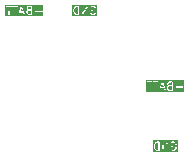
<source format=gbr>
%TF.GenerationSoftware,KiCad,Pcbnew,8.0.2*%
%TF.CreationDate,2024-05-06T11:08:47+09:00*%
%TF.ProjectId,5V-3A-BEC,35562d33-412d-4424-9543-2e6b69636164,0.1*%
%TF.SameCoordinates,Original*%
%TF.FileFunction,Legend,Bot*%
%TF.FilePolarity,Positive*%
%FSLAX46Y46*%
G04 Gerber Fmt 4.6, Leading zero omitted, Abs format (unit mm)*
G04 Created by KiCad (PCBNEW 8.0.2) date 2024-05-06 11:08:47*
%MOMM*%
%LPD*%
G01*
G04 APERTURE LIST*
%ADD10C,0.100000*%
%ADD11C,1.200000*%
%ADD12C,1.300000*%
%ADD13C,0.800000*%
%ADD14C,6.400000*%
%ADD15C,2.550000*%
%ADD16C,1.500000*%
%ADD17C,2.700000*%
G04 APERTURE END LIST*
D10*
G36*
X123536775Y-134489252D02*
G01*
X123334656Y-134491944D01*
X123284908Y-134469547D01*
X123260272Y-134447586D01*
X123233110Y-134398366D01*
X123230666Y-134321855D01*
X123252417Y-134273543D01*
X123273480Y-134249914D01*
X123349675Y-134221901D01*
X123349999Y-134221966D01*
X123535345Y-134219171D01*
X123536775Y-134489252D01*
G37*
G36*
X123534835Y-134122697D02*
G01*
X123367849Y-134125214D01*
X123318239Y-134102879D01*
X123293606Y-134080921D01*
X123266349Y-134031529D01*
X123264402Y-133987627D01*
X123285751Y-133940210D01*
X123307712Y-133915572D01*
X123356713Y-133888531D01*
X123533581Y-133885865D01*
X123534835Y-134122697D01*
G37*
G36*
X122849967Y-134289353D02*
G01*
X122650277Y-134291509D01*
X122748809Y-133990886D01*
X122849967Y-134289353D01*
G37*
G36*
X124573971Y-134666411D02*
G01*
X121326027Y-134666411D01*
X121326027Y-133819499D01*
X121403805Y-133819499D01*
X121403805Y-133857767D01*
X121430865Y-133884827D01*
X121449999Y-133888633D01*
X121600256Y-133887268D01*
X121603805Y-134557767D01*
X121630865Y-134584827D01*
X121669133Y-134584827D01*
X121696193Y-134557767D01*
X121699999Y-134538633D01*
X121696547Y-133886394D01*
X121869133Y-133884827D01*
X121896193Y-133857767D01*
X121896193Y-133819499D01*
X121937138Y-133819499D01*
X121937138Y-133857767D01*
X121964198Y-133884827D01*
X121983332Y-133888633D01*
X122133589Y-133887268D01*
X122137138Y-134557767D01*
X122164198Y-134584827D01*
X122202466Y-134584827D01*
X122229526Y-134557767D01*
X122232627Y-134542177D01*
X122466791Y-134542177D01*
X122483905Y-134576406D01*
X122520209Y-134588507D01*
X122554438Y-134571393D01*
X122564099Y-134554444D01*
X122618569Y-134388252D01*
X122882521Y-134385402D01*
X122945559Y-134571393D01*
X122979788Y-134588507D01*
X123016092Y-134576406D01*
X123033206Y-134542178D01*
X123030766Y-134522822D01*
X122962859Y-134322463D01*
X122962859Y-134319499D01*
X122961338Y-134317978D01*
X122957041Y-134305300D01*
X123133332Y-134305300D01*
X123136361Y-134400133D01*
X123133458Y-134408845D01*
X123137060Y-134421998D01*
X123137138Y-134424434D01*
X123137949Y-134425245D01*
X123138611Y-134427661D01*
X123170471Y-134485395D01*
X123170471Y-134491100D01*
X123181310Y-134507321D01*
X123183791Y-134509532D01*
X123183905Y-134509739D01*
X123184092Y-134509801D01*
X123210717Y-134533535D01*
X123212226Y-134538060D01*
X123227638Y-134550021D01*
X123230817Y-134551452D01*
X123230864Y-134551494D01*
X123230910Y-134551494D01*
X123291457Y-134578753D01*
X123297531Y-134584827D01*
X123310817Y-134587469D01*
X123313121Y-134588507D01*
X123314208Y-134588144D01*
X123316665Y-134588633D01*
X123602466Y-134584827D01*
X123629526Y-134557767D01*
X123633332Y-134538633D01*
X123631819Y-134252832D01*
X123870472Y-134252832D01*
X123870472Y-134291100D01*
X123897532Y-134318160D01*
X123916666Y-134321966D01*
X124135503Y-134320458D01*
X124137138Y-134557767D01*
X124164198Y-134584827D01*
X124202466Y-134584827D01*
X124229526Y-134557767D01*
X124233332Y-134538633D01*
X124231824Y-134319794D01*
X124469133Y-134318160D01*
X124496193Y-134291100D01*
X124496193Y-134252832D01*
X124469133Y-134225772D01*
X124449999Y-134221966D01*
X124231160Y-134223473D01*
X124229526Y-133986166D01*
X124202466Y-133959106D01*
X124164198Y-133959106D01*
X124137138Y-133986166D01*
X124133332Y-134005300D01*
X124134839Y-134224137D01*
X123897532Y-134225772D01*
X123870472Y-134252832D01*
X123631819Y-134252832D01*
X123629526Y-133819499D01*
X123602466Y-133792439D01*
X123583332Y-133788633D01*
X123356342Y-133792054D01*
X123346455Y-133788759D01*
X123333140Y-133792404D01*
X123330865Y-133792439D01*
X123330054Y-133793249D01*
X123327639Y-133793911D01*
X123269904Y-133825772D01*
X123264197Y-133825772D01*
X123247976Y-133836611D01*
X123245762Y-133839094D01*
X123245560Y-133839206D01*
X123245498Y-133839390D01*
X123221763Y-133866019D01*
X123217239Y-133867527D01*
X123205278Y-133882939D01*
X123203845Y-133886120D01*
X123203805Y-133886166D01*
X123203805Y-133886210D01*
X123176543Y-133946759D01*
X123170471Y-133952832D01*
X123167828Y-133966116D01*
X123166791Y-133968421D01*
X123167153Y-133969509D01*
X123166665Y-133971966D01*
X123169428Y-134034265D01*
X123166791Y-134042178D01*
X123170357Y-134055199D01*
X123170471Y-134057767D01*
X123171282Y-134058578D01*
X123171944Y-134060994D01*
X123203805Y-134118729D01*
X123203805Y-134124434D01*
X123214644Y-134140655D01*
X123217125Y-134142866D01*
X123217239Y-134143073D01*
X123217426Y-134143135D01*
X123235343Y-134159106D01*
X123230866Y-134159106D01*
X123219513Y-134166690D01*
X123217239Y-134167527D01*
X123216726Y-134168552D01*
X123214644Y-134169944D01*
X123188429Y-134199351D01*
X123183905Y-134200860D01*
X123171944Y-134216272D01*
X123170512Y-134219451D01*
X123170471Y-134219498D01*
X123170471Y-134219543D01*
X123143210Y-134280093D01*
X123137138Y-134286166D01*
X123134495Y-134299452D01*
X123133458Y-134301756D01*
X123133820Y-134302843D01*
X123133332Y-134305300D01*
X122957041Y-134305300D01*
X122798791Y-133838387D01*
X122799873Y-133835089D01*
X122793046Y-133821436D01*
X122787772Y-133805873D01*
X122784429Y-133804202D01*
X122782759Y-133800860D01*
X122767719Y-133795846D01*
X122753543Y-133788759D01*
X122749999Y-133789940D01*
X122746455Y-133788759D01*
X122732278Y-133795846D01*
X122717239Y-133800860D01*
X122715568Y-133804202D01*
X122712226Y-133805873D01*
X122702565Y-133822822D01*
X122541061Y-134315575D01*
X122537138Y-134319499D01*
X122537138Y-134327545D01*
X122466791Y-134542177D01*
X122232627Y-134542177D01*
X122233332Y-134538633D01*
X122229880Y-133886394D01*
X122402466Y-133884827D01*
X122429526Y-133857767D01*
X122429526Y-133819499D01*
X122402466Y-133792439D01*
X122383332Y-133788633D01*
X121964198Y-133792439D01*
X121937138Y-133819499D01*
X121896193Y-133819499D01*
X121869133Y-133792439D01*
X121849999Y-133788633D01*
X121430865Y-133792439D01*
X121403805Y-133819499D01*
X121326027Y-133819499D01*
X121326027Y-133710855D01*
X124573971Y-133710855D01*
X124573971Y-134666411D01*
G37*
G36*
X111646775Y-128069252D02*
G01*
X111444656Y-128071944D01*
X111394908Y-128049547D01*
X111370272Y-128027586D01*
X111343110Y-127978366D01*
X111340666Y-127901855D01*
X111362417Y-127853543D01*
X111383480Y-127829914D01*
X111459675Y-127801901D01*
X111459999Y-127801966D01*
X111645345Y-127799171D01*
X111646775Y-128069252D01*
G37*
G36*
X111644835Y-127702697D02*
G01*
X111477849Y-127705214D01*
X111428239Y-127682879D01*
X111403606Y-127660921D01*
X111376349Y-127611529D01*
X111374402Y-127567627D01*
X111395751Y-127520210D01*
X111417712Y-127495572D01*
X111466713Y-127468531D01*
X111643581Y-127465865D01*
X111644835Y-127702697D01*
G37*
G36*
X110959967Y-127869353D02*
G01*
X110760277Y-127871509D01*
X110858809Y-127570886D01*
X110959967Y-127869353D01*
G37*
G36*
X112683971Y-128246411D02*
G01*
X109436027Y-128246411D01*
X109436027Y-127399499D01*
X109513805Y-127399499D01*
X109513805Y-127437767D01*
X109540865Y-127464827D01*
X109559999Y-127468633D01*
X109710256Y-127467268D01*
X109713805Y-128137767D01*
X109740865Y-128164827D01*
X109779133Y-128164827D01*
X109806193Y-128137767D01*
X109809999Y-128118633D01*
X109806547Y-127466394D01*
X109979133Y-127464827D01*
X110006193Y-127437767D01*
X110006193Y-127399499D01*
X110047138Y-127399499D01*
X110047138Y-127437767D01*
X110074198Y-127464827D01*
X110093332Y-127468633D01*
X110243589Y-127467268D01*
X110247138Y-128137767D01*
X110274198Y-128164827D01*
X110312466Y-128164827D01*
X110339526Y-128137767D01*
X110342627Y-128122177D01*
X110576791Y-128122177D01*
X110593905Y-128156406D01*
X110630209Y-128168507D01*
X110664438Y-128151393D01*
X110674099Y-128134444D01*
X110728569Y-127968252D01*
X110992521Y-127965402D01*
X111055559Y-128151393D01*
X111089788Y-128168507D01*
X111126092Y-128156406D01*
X111143206Y-128122178D01*
X111140766Y-128102822D01*
X111072859Y-127902463D01*
X111072859Y-127899499D01*
X111071338Y-127897978D01*
X111067041Y-127885300D01*
X111243332Y-127885300D01*
X111246361Y-127980133D01*
X111243458Y-127988845D01*
X111247060Y-128001998D01*
X111247138Y-128004434D01*
X111247949Y-128005245D01*
X111248611Y-128007661D01*
X111280471Y-128065395D01*
X111280471Y-128071100D01*
X111291310Y-128087321D01*
X111293791Y-128089532D01*
X111293905Y-128089739D01*
X111294092Y-128089801D01*
X111320717Y-128113535D01*
X111322226Y-128118060D01*
X111337638Y-128130021D01*
X111340817Y-128131452D01*
X111340864Y-128131494D01*
X111340910Y-128131494D01*
X111401457Y-128158753D01*
X111407531Y-128164827D01*
X111420817Y-128167469D01*
X111423121Y-128168507D01*
X111424208Y-128168144D01*
X111426665Y-128168633D01*
X111712466Y-128164827D01*
X111739526Y-128137767D01*
X111743332Y-128118633D01*
X111741819Y-127832832D01*
X111980472Y-127832832D01*
X111980472Y-127871100D01*
X112007532Y-127898160D01*
X112026666Y-127901966D01*
X112245503Y-127900458D01*
X112247138Y-128137767D01*
X112274198Y-128164827D01*
X112312466Y-128164827D01*
X112339526Y-128137767D01*
X112343332Y-128118633D01*
X112341824Y-127899794D01*
X112579133Y-127898160D01*
X112606193Y-127871100D01*
X112606193Y-127832832D01*
X112579133Y-127805772D01*
X112559999Y-127801966D01*
X112341160Y-127803473D01*
X112339526Y-127566166D01*
X112312466Y-127539106D01*
X112274198Y-127539106D01*
X112247138Y-127566166D01*
X112243332Y-127585300D01*
X112244839Y-127804137D01*
X112007532Y-127805772D01*
X111980472Y-127832832D01*
X111741819Y-127832832D01*
X111739526Y-127399499D01*
X111712466Y-127372439D01*
X111693332Y-127368633D01*
X111466342Y-127372054D01*
X111456455Y-127368759D01*
X111443140Y-127372404D01*
X111440865Y-127372439D01*
X111440054Y-127373249D01*
X111437639Y-127373911D01*
X111379904Y-127405772D01*
X111374197Y-127405772D01*
X111357976Y-127416611D01*
X111355762Y-127419094D01*
X111355560Y-127419206D01*
X111355498Y-127419390D01*
X111331763Y-127446019D01*
X111327239Y-127447527D01*
X111315278Y-127462939D01*
X111313845Y-127466120D01*
X111313805Y-127466166D01*
X111313805Y-127466210D01*
X111286543Y-127526759D01*
X111280471Y-127532832D01*
X111277828Y-127546116D01*
X111276791Y-127548421D01*
X111277153Y-127549509D01*
X111276665Y-127551966D01*
X111279428Y-127614265D01*
X111276791Y-127622178D01*
X111280357Y-127635199D01*
X111280471Y-127637767D01*
X111281282Y-127638578D01*
X111281944Y-127640994D01*
X111313805Y-127698729D01*
X111313805Y-127704434D01*
X111324644Y-127720655D01*
X111327125Y-127722866D01*
X111327239Y-127723073D01*
X111327426Y-127723135D01*
X111345343Y-127739106D01*
X111340866Y-127739106D01*
X111329513Y-127746690D01*
X111327239Y-127747527D01*
X111326726Y-127748552D01*
X111324644Y-127749944D01*
X111298429Y-127779351D01*
X111293905Y-127780860D01*
X111281944Y-127796272D01*
X111280512Y-127799451D01*
X111280471Y-127799498D01*
X111280471Y-127799543D01*
X111253210Y-127860093D01*
X111247138Y-127866166D01*
X111244495Y-127879452D01*
X111243458Y-127881756D01*
X111243820Y-127882843D01*
X111243332Y-127885300D01*
X111067041Y-127885300D01*
X110908791Y-127418387D01*
X110909873Y-127415089D01*
X110903046Y-127401436D01*
X110897772Y-127385873D01*
X110894429Y-127384202D01*
X110892759Y-127380860D01*
X110877719Y-127375846D01*
X110863543Y-127368759D01*
X110859999Y-127369940D01*
X110856455Y-127368759D01*
X110842278Y-127375846D01*
X110827239Y-127380860D01*
X110825568Y-127384202D01*
X110822226Y-127385873D01*
X110812565Y-127402822D01*
X110651061Y-127895575D01*
X110647138Y-127899499D01*
X110647138Y-127907545D01*
X110576791Y-128122177D01*
X110342627Y-128122177D01*
X110343332Y-128118633D01*
X110339880Y-127466394D01*
X110512466Y-127464827D01*
X110539526Y-127437767D01*
X110539526Y-127399499D01*
X110512466Y-127372439D01*
X110493332Y-127368633D01*
X110074198Y-127372439D01*
X110047138Y-127399499D01*
X110006193Y-127399499D01*
X109979133Y-127372439D01*
X109959999Y-127368633D01*
X109540865Y-127372439D01*
X109513805Y-127399499D01*
X109436027Y-127399499D01*
X109436027Y-127290855D01*
X112683971Y-127290855D01*
X112683971Y-128246411D01*
G37*
G36*
X115610111Y-128069586D02*
G01*
X115506697Y-128071704D01*
X115505810Y-128071199D01*
X115420853Y-128045735D01*
X115368087Y-127996395D01*
X115368054Y-127996272D01*
X115338660Y-127943007D01*
X115338506Y-127939839D01*
X115305991Y-127822025D01*
X115306666Y-127818633D01*
X115303941Y-127733365D01*
X115305173Y-127730760D01*
X115332001Y-127611164D01*
X115334720Y-127607661D01*
X115359067Y-127553583D01*
X115411785Y-127497203D01*
X115489675Y-127468568D01*
X115489999Y-127468633D01*
X115606917Y-127466237D01*
X115610111Y-128069586D01*
G37*
G36*
X117251110Y-128246411D02*
G01*
X115128888Y-128246411D01*
X115128888Y-127718633D01*
X115206666Y-127718633D01*
X115209503Y-127807453D01*
X115207211Y-127811274D01*
X115208159Y-127830760D01*
X115241472Y-127951468D01*
X115240125Y-127955511D01*
X115245278Y-127974327D01*
X115277139Y-128032062D01*
X115277139Y-128037767D01*
X115287977Y-128053988D01*
X115353182Y-128114959D01*
X115357239Y-128123073D01*
X115369073Y-128129818D01*
X115370865Y-128131494D01*
X115372013Y-128131494D01*
X115374188Y-128132734D01*
X115466413Y-128160375D01*
X115470865Y-128164827D01*
X115489999Y-128168633D01*
X115675800Y-128164827D01*
X115702860Y-128137767D01*
X115706666Y-128118633D01*
X115702961Y-127418633D01*
X115939999Y-127418633D01*
X115943640Y-128106592D01*
X115940398Y-128112327D01*
X115943735Y-128124563D01*
X115943805Y-128137767D01*
X115948659Y-128142621D01*
X115950467Y-128149248D01*
X115961711Y-128155673D01*
X115970865Y-128164827D01*
X115977731Y-128164827D01*
X115983693Y-128168234D01*
X115996186Y-128164827D01*
X116009133Y-128164827D01*
X116013987Y-128159972D01*
X116020614Y-128158165D01*
X116033411Y-128143440D01*
X116340955Y-127599428D01*
X116343805Y-128137767D01*
X116370865Y-128164827D01*
X116409133Y-128164827D01*
X116436193Y-128137767D01*
X116439999Y-128118633D01*
X116438411Y-127818633D01*
X116639999Y-127818633D01*
X116643805Y-128071100D01*
X116654643Y-128087321D01*
X116687212Y-128116353D01*
X116690572Y-128123073D01*
X116702160Y-128129678D01*
X116704197Y-128131494D01*
X116705346Y-128131494D01*
X116707521Y-128132734D01*
X116799746Y-128160375D01*
X116804198Y-128164827D01*
X116823332Y-128168633D01*
X116826785Y-128168479D01*
X116826876Y-128168507D01*
X116826944Y-128168472D01*
X116881542Y-128166050D01*
X116886455Y-128168507D01*
X116905810Y-128166067D01*
X116999853Y-128131494D01*
X117009133Y-128131494D01*
X117020483Y-128123909D01*
X117022759Y-128123073D01*
X117023272Y-128122045D01*
X117025354Y-128120655D01*
X117083624Y-128058338D01*
X117089426Y-128056405D01*
X117101387Y-128040993D01*
X117102819Y-128037811D01*
X117102860Y-128037768D01*
X117102860Y-128037721D01*
X117127288Y-127983462D01*
X117130173Y-127981732D01*
X117138506Y-127964093D01*
X117166068Y-127841224D01*
X117169526Y-127837767D01*
X117173332Y-127818633D01*
X117170494Y-127729812D01*
X117172787Y-127725992D01*
X117171839Y-127706506D01*
X117138525Y-127585798D01*
X117139873Y-127581756D01*
X117134721Y-127562940D01*
X117102860Y-127505204D01*
X117102860Y-127499498D01*
X117092021Y-127483277D01*
X117026815Y-127422306D01*
X117022759Y-127414193D01*
X117010924Y-127407447D01*
X117009133Y-127405772D01*
X117007985Y-127405772D01*
X117005810Y-127404532D01*
X116913584Y-127376890D01*
X116909133Y-127372439D01*
X116889999Y-127368633D01*
X116795165Y-127371662D01*
X116786455Y-127368759D01*
X116773298Y-127372361D01*
X116770865Y-127372439D01*
X116770054Y-127373249D01*
X116767639Y-127373911D01*
X116685560Y-127419206D01*
X116673458Y-127455510D01*
X116690572Y-127489738D01*
X116726876Y-127501840D01*
X116745692Y-127496687D01*
X116796931Y-127468411D01*
X116873982Y-127465949D01*
X116874188Y-127466067D01*
X116959145Y-127491530D01*
X117011911Y-127540870D01*
X117011945Y-127540993D01*
X117041337Y-127594257D01*
X117041492Y-127597427D01*
X117074006Y-127715240D01*
X117073332Y-127718633D01*
X117076056Y-127803900D01*
X117074825Y-127806507D01*
X117047996Y-127926101D01*
X117045278Y-127929605D01*
X117020931Y-127983682D01*
X116968213Y-128040062D01*
X116890322Y-128068697D01*
X116889999Y-128068633D01*
X116838241Y-128070928D01*
X116753854Y-128045636D01*
X116739713Y-128033030D01*
X116737217Y-127867454D01*
X116842466Y-127864827D01*
X116869526Y-127837767D01*
X116869526Y-127799499D01*
X116842466Y-127772439D01*
X116823332Y-127768633D01*
X116670865Y-127772439D01*
X116643805Y-127799499D01*
X116639999Y-127818633D01*
X116438411Y-127818633D01*
X116436357Y-127430672D01*
X116439600Y-127424938D01*
X116436262Y-127412701D01*
X116436193Y-127399499D01*
X116431338Y-127394644D01*
X116429531Y-127388018D01*
X116418286Y-127381592D01*
X116409133Y-127372439D01*
X116402267Y-127372439D01*
X116396305Y-127369032D01*
X116383813Y-127372439D01*
X116370865Y-127372439D01*
X116366009Y-127377294D01*
X116359385Y-127379101D01*
X116346587Y-127393826D01*
X116039042Y-127937837D01*
X116036193Y-127399499D01*
X116009133Y-127372439D01*
X115970865Y-127372439D01*
X115943805Y-127399499D01*
X115939999Y-127418633D01*
X115702961Y-127418633D01*
X115702860Y-127399499D01*
X115675800Y-127372439D01*
X115656666Y-127368633D01*
X115499720Y-127371847D01*
X115493543Y-127368759D01*
X115474188Y-127371199D01*
X115380145Y-127405772D01*
X115370865Y-127405772D01*
X115359514Y-127413356D01*
X115357239Y-127414193D01*
X115356725Y-127415220D01*
X115354644Y-127416611D01*
X115296376Y-127478925D01*
X115290573Y-127480860D01*
X115278612Y-127496272D01*
X115277177Y-127499457D01*
X115277139Y-127499499D01*
X115277139Y-127499543D01*
X115252709Y-127553803D01*
X115249825Y-127555534D01*
X115241492Y-127573174D01*
X115213929Y-127696041D01*
X115210472Y-127699499D01*
X115206666Y-127718633D01*
X115128888Y-127718633D01*
X115128888Y-127290855D01*
X117251110Y-127290855D01*
X117251110Y-128246411D01*
G37*
G36*
X122420111Y-139569586D02*
G01*
X122316697Y-139571704D01*
X122315810Y-139571199D01*
X122230853Y-139545735D01*
X122178087Y-139496395D01*
X122178054Y-139496272D01*
X122148660Y-139443007D01*
X122148506Y-139439839D01*
X122115991Y-139322025D01*
X122116666Y-139318633D01*
X122113941Y-139233365D01*
X122115173Y-139230760D01*
X122142001Y-139111164D01*
X122144720Y-139107661D01*
X122169067Y-139053583D01*
X122221785Y-138997203D01*
X122299675Y-138968568D01*
X122299999Y-138968633D01*
X122416917Y-138966237D01*
X122420111Y-139569586D01*
G37*
G36*
X124061110Y-139746411D02*
G01*
X121938888Y-139746411D01*
X121938888Y-139218633D01*
X122016666Y-139218633D01*
X122019503Y-139307453D01*
X122017211Y-139311274D01*
X122018159Y-139330760D01*
X122051472Y-139451468D01*
X122050125Y-139455511D01*
X122055278Y-139474327D01*
X122087139Y-139532062D01*
X122087139Y-139537767D01*
X122097977Y-139553988D01*
X122163182Y-139614959D01*
X122167239Y-139623073D01*
X122179073Y-139629818D01*
X122180865Y-139631494D01*
X122182013Y-139631494D01*
X122184188Y-139632734D01*
X122276413Y-139660375D01*
X122280865Y-139664827D01*
X122299999Y-139668633D01*
X122485800Y-139664827D01*
X122512860Y-139637767D01*
X122516666Y-139618633D01*
X122512961Y-138918633D01*
X122749999Y-138918633D01*
X122753640Y-139606592D01*
X122750398Y-139612327D01*
X122753735Y-139624563D01*
X122753805Y-139637767D01*
X122758659Y-139642621D01*
X122760467Y-139649248D01*
X122771711Y-139655673D01*
X122780865Y-139664827D01*
X122787731Y-139664827D01*
X122793693Y-139668234D01*
X122806186Y-139664827D01*
X122819133Y-139664827D01*
X122823987Y-139659972D01*
X122830614Y-139658165D01*
X122843411Y-139643440D01*
X123150955Y-139099428D01*
X123153805Y-139637767D01*
X123180865Y-139664827D01*
X123219133Y-139664827D01*
X123246193Y-139637767D01*
X123249999Y-139618633D01*
X123248411Y-139318633D01*
X123449999Y-139318633D01*
X123453805Y-139571100D01*
X123464643Y-139587321D01*
X123497212Y-139616353D01*
X123500572Y-139623073D01*
X123512160Y-139629678D01*
X123514197Y-139631494D01*
X123515346Y-139631494D01*
X123517521Y-139632734D01*
X123609746Y-139660375D01*
X123614198Y-139664827D01*
X123633332Y-139668633D01*
X123636785Y-139668479D01*
X123636876Y-139668507D01*
X123636944Y-139668472D01*
X123691542Y-139666050D01*
X123696455Y-139668507D01*
X123715810Y-139666067D01*
X123809853Y-139631494D01*
X123819133Y-139631494D01*
X123830483Y-139623909D01*
X123832759Y-139623073D01*
X123833272Y-139622045D01*
X123835354Y-139620655D01*
X123893624Y-139558338D01*
X123899426Y-139556405D01*
X123911387Y-139540993D01*
X123912819Y-139537811D01*
X123912860Y-139537768D01*
X123912860Y-139537721D01*
X123937288Y-139483462D01*
X123940173Y-139481732D01*
X123948506Y-139464093D01*
X123976068Y-139341224D01*
X123979526Y-139337767D01*
X123983332Y-139318633D01*
X123980494Y-139229812D01*
X123982787Y-139225992D01*
X123981839Y-139206506D01*
X123948525Y-139085798D01*
X123949873Y-139081756D01*
X123944721Y-139062940D01*
X123912860Y-139005204D01*
X123912860Y-138999498D01*
X123902021Y-138983277D01*
X123836815Y-138922306D01*
X123832759Y-138914193D01*
X123820924Y-138907447D01*
X123819133Y-138905772D01*
X123817985Y-138905772D01*
X123815810Y-138904532D01*
X123723584Y-138876890D01*
X123719133Y-138872439D01*
X123699999Y-138868633D01*
X123605165Y-138871662D01*
X123596455Y-138868759D01*
X123583298Y-138872361D01*
X123580865Y-138872439D01*
X123580054Y-138873249D01*
X123577639Y-138873911D01*
X123495560Y-138919206D01*
X123483458Y-138955510D01*
X123500572Y-138989738D01*
X123536876Y-139001840D01*
X123555692Y-138996687D01*
X123606931Y-138968411D01*
X123683982Y-138965949D01*
X123684188Y-138966067D01*
X123769145Y-138991530D01*
X123821911Y-139040870D01*
X123821945Y-139040993D01*
X123851337Y-139094257D01*
X123851492Y-139097427D01*
X123884006Y-139215240D01*
X123883332Y-139218633D01*
X123886056Y-139303900D01*
X123884825Y-139306507D01*
X123857996Y-139426101D01*
X123855278Y-139429605D01*
X123830931Y-139483682D01*
X123778213Y-139540062D01*
X123700322Y-139568697D01*
X123699999Y-139568633D01*
X123648241Y-139570928D01*
X123563854Y-139545636D01*
X123549713Y-139533030D01*
X123547217Y-139367454D01*
X123652466Y-139364827D01*
X123679526Y-139337767D01*
X123679526Y-139299499D01*
X123652466Y-139272439D01*
X123633332Y-139268633D01*
X123480865Y-139272439D01*
X123453805Y-139299499D01*
X123449999Y-139318633D01*
X123248411Y-139318633D01*
X123246357Y-138930672D01*
X123249600Y-138924938D01*
X123246262Y-138912701D01*
X123246193Y-138899499D01*
X123241338Y-138894644D01*
X123239531Y-138888018D01*
X123228286Y-138881592D01*
X123219133Y-138872439D01*
X123212267Y-138872439D01*
X123206305Y-138869032D01*
X123193813Y-138872439D01*
X123180865Y-138872439D01*
X123176009Y-138877294D01*
X123169385Y-138879101D01*
X123156587Y-138893826D01*
X122849042Y-139437837D01*
X122846193Y-138899499D01*
X122819133Y-138872439D01*
X122780865Y-138872439D01*
X122753805Y-138899499D01*
X122749999Y-138918633D01*
X122512961Y-138918633D01*
X122512860Y-138899499D01*
X122485800Y-138872439D01*
X122466666Y-138868633D01*
X122309720Y-138871847D01*
X122303543Y-138868759D01*
X122284188Y-138871199D01*
X122190145Y-138905772D01*
X122180865Y-138905772D01*
X122169514Y-138913356D01*
X122167239Y-138914193D01*
X122166725Y-138915220D01*
X122164644Y-138916611D01*
X122106376Y-138978925D01*
X122100573Y-138980860D01*
X122088612Y-138996272D01*
X122087177Y-138999457D01*
X122087139Y-138999499D01*
X122087139Y-138999543D01*
X122062709Y-139053803D01*
X122059825Y-139055534D01*
X122051492Y-139073174D01*
X122023929Y-139196041D01*
X122020472Y-139199499D01*
X122016666Y-139218633D01*
X121938888Y-139218633D01*
X121938888Y-138790855D01*
X124061110Y-138790855D01*
X124061110Y-139746411D01*
G37*
%LPC*%
D11*
%TO.C,J1*%
X133000000Y-112000000D03*
D12*
X134700000Y-113500000D03*
X134700000Y-115500000D03*
%TD*%
D11*
%TO.C,J6*%
X102100000Y-128800000D03*
D12*
X100400000Y-127300000D03*
X100400000Y-125300000D03*
%TD*%
D13*
%TO.C,H4*%
X131600000Y-106450001D03*
X132302944Y-104752945D03*
X132302944Y-108147057D03*
X134000000Y-104050001D03*
D14*
X134000000Y-106450001D03*
D13*
X134000000Y-108850001D03*
X135697056Y-104752945D03*
X135697056Y-108147057D03*
X136400000Y-106450001D03*
%TD*%
D11*
%TO.C,J5*%
X102100000Y-122300000D03*
D12*
X100400000Y-120800000D03*
X100400000Y-118800000D03*
%TD*%
D13*
%TO.C,H1*%
X98500000Y-106450001D03*
X99202944Y-104752945D03*
X99202944Y-108147057D03*
X100900000Y-104050001D03*
D14*
X100900000Y-106450001D03*
D13*
X100900000Y-108850001D03*
X102597056Y-104752945D03*
X102597056Y-108147057D03*
X103300000Y-106450001D03*
%TD*%
D11*
%TO.C,J7*%
X102100000Y-135300000D03*
D12*
X100400000Y-133800000D03*
X100400000Y-131800000D03*
%TD*%
D15*
%TO.C,J2*%
X116150000Y-129850000D03*
X111150000Y-129850000D03*
D16*
X108150000Y-139850000D03*
X119150000Y-139850000D03*
%TD*%
D13*
%TO.C,H2*%
X98500000Y-139550001D03*
X99202944Y-137852945D03*
X99202944Y-141247057D03*
X100900000Y-137150001D03*
D14*
X100900000Y-139550001D03*
D13*
X100900000Y-141950001D03*
X102597056Y-137852945D03*
X102597056Y-141247057D03*
X103300000Y-139550001D03*
%TD*%
D17*
%TO.C,J3*%
X126500000Y-139300000D03*
X126500000Y-134300000D03*
%TD*%
D11*
%TO.C,J4*%
X102100000Y-115800000D03*
D12*
X100400000Y-114300000D03*
X100400000Y-112300000D03*
%TD*%
D13*
%TO.C,H3*%
X131600000Y-139550001D03*
X132302944Y-137852945D03*
X132302944Y-141247057D03*
X134000000Y-137150001D03*
D14*
X134000000Y-139550001D03*
D13*
X134000000Y-141950001D03*
X135697056Y-137852945D03*
X135697056Y-141247057D03*
X136400000Y-139550001D03*
%TD*%
%LPD*%
M02*

</source>
